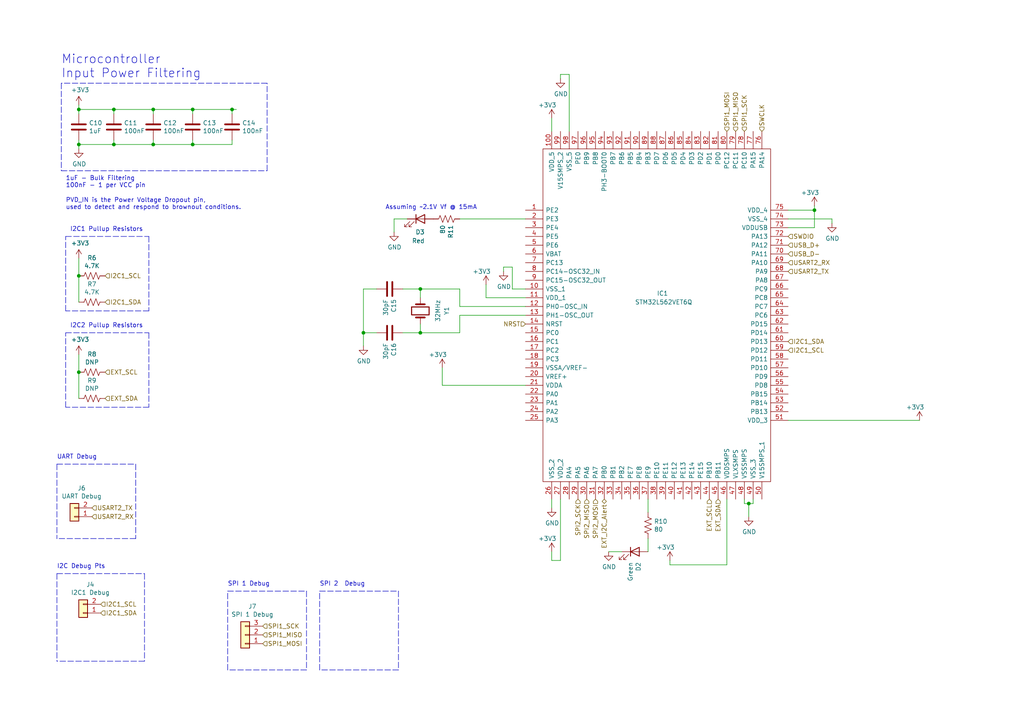
<source format=kicad_sch>
(kicad_sch (version 20211123) (generator eeschema)
  (paper "A4")
  (title_block (title "STM32L552CC Schematic") (date "2021-12-06") (rev "v1.0.4") (company "Missouri S&T Rocket Design Team '21 (Thomas Francois)") (comment 1 "https://github.com/MSTRocketDesignTeam/Avionics-Data-Collection-PCB") (comment 2 "Intended as initial pre-production design") (comment 3 "Schematic depicting logical connections between components"))
  (lib_symbols
    (symbol "Connector_Generic:Conn_01x02" (pin_names (offset 1.016) hide)
      (property "Reference" "J" (at 0 2.54 0))
      (property "Value" "Conn_01x02" (at 0 -5.08 0))
      (symbol "Conn_01x02_1_1"
        (rectangle (start -1.27 -2.413) (end 0 -2.667) (stroke (width 0.1524)))
        (rectangle (start -1.27 0.127) (end 0 -0.127) (stroke (width 0.1524)))
        (rectangle (start -1.27 1.27) (end 1.27 -3.81) (stroke (width 0.254)) (fill (type background)))
        (pin passive line (at -5.08 0 0) (length 3.81) (name "Pin_1") (number "1"))
        (pin passive line (at -5.08 -2.54 0) (length 3.81) (name "Pin_2") (number "2"))
      )
    )
    (symbol "Connector_Generic:Conn_01x03" (pin_names (offset 1.016) hide)
      (property "Reference" "J" (at 0 5.08 0))
      (property "Value" "Conn_01x03" (at 0 -5.08 0))
      (symbol "Conn_01x03_1_1"
        (rectangle (start -1.27 -2.413) (end 0 -2.667) (stroke (width 0.1524)))
        (rectangle (start -1.27 0.127) (end 0 -0.127) (stroke (width 0.1524)))
        (rectangle (start -1.27 2.667) (end 0 2.413) (stroke (width 0.1524)))
        (rectangle (start -1.27 3.81) (end 1.27 -3.81) (stroke (width 0.254)) (fill (type background)))
        (pin passive line (at -5.08 2.54 0) (length 3.81) (name "Pin_1") (number "1"))
        (pin passive line (at -5.08 0 0) (length 3.81) (name "Pin_2") (number "2"))
        (pin passive line (at -5.08 -2.54 0) (length 3.81) (name "Pin_3") (number "3"))
      )
    )
    (symbol "Data_Collection_KiCAD_Project-rescue:+3.3V-power-Data_Collection_KiCAD_Project-rescue" (power) (pin_names (offset 0))
      (property "Value" "Data_Collection_KiCAD_Project-rescue_+3.3V-power-Data_Collection_KiCAD_Project-rescue" (at 0 3.556 0))
      (symbol "+3.3V-power-Data_Collection_KiCAD_Project-rescue_0_1"
        (polyline (pts (xy -0.762 1.27) (xy 0 2.54)))
        (polyline (pts (xy 0 0) (xy 0 2.54)))
        (polyline (pts (xy 0 2.54) (xy 0.762 1.27)))
      )
      (symbol "+3.3V-power-Data_Collection_KiCAD_Project-rescue_1_1"
        (pin power_in line (at 0 0 90) (length 0) hide (name "+3V3") (number "1"))
      )
    )
    (symbol "Data_Collection_KiCAD_Project-rescue:C-Device-Data_Collection_KiCAD_Project-rescue" (pin_numbers hide) (pin_names (offset 0.254))
      (property "Reference" "C" (at 0.635 2.54 0))
      (property "Value" "Data_Collection_KiCAD_Project-rescue_C-Device-Data_Collection_KiCAD_Project-rescue" (at 0.635 -2.54 0))
      (symbol "C-Device-Data_Collection_KiCAD_Project-rescue_0_1"
        (polyline (pts (xy -2.032 -0.762) (xy 2.032 -0.762)) (stroke (width 0.508)))
        (polyline (pts (xy -2.032 0.762) (xy 2.032 0.762)) (stroke (width 0.508)))
      )
      (symbol "C-Device-Data_Collection_KiCAD_Project-rescue_1_1"
        (pin passive line (at 0 3.81 270) (length 2.794) (name "~") (number "1"))
        (pin passive line (at 0 -3.81 90) (length 2.794) (name "~") (number "2"))
      )
    )
    (symbol "Data_Collection_KiCAD_Project-rescue:Crystal-Device-Data_Collection_KiCAD_Project-rescue" (pin_numbers hide) (pin_names (offset 1.016) hide)
      (property "Reference" "Y" (at 0 3.81 0))
      (property "Value" "Data_Collection_KiCAD_Project-rescue_Crystal-Device-Data_Collection_KiCAD_Project-rescue" (at 0 -3.81 0))
      (symbol "Crystal-Device-Data_Collection_KiCAD_Project-rescue_0_1"
        (rectangle (start -1.143 2.54) (end 1.143 -2.54) (stroke (width 0.3048)))
        (polyline (pts (xy -2.54 0) (xy -1.905 0)))
        (polyline (pts (xy -1.905 -1.27) (xy -1.905 1.27)) (stroke (width 0.508)))
        (polyline (pts (xy 1.905 -1.27) (xy 1.905 1.27)) (stroke (width 0.508)))
        (polyline (pts (xy 2.54 0) (xy 1.905 0)))
      )
      (symbol "Crystal-Device-Data_Collection_KiCAD_Project-rescue_1_1"
        (pin passive line (at -3.81 0 0) (length 1.27) (name "1") (number "1"))
        (pin passive line (at 3.81 0 180) (length 1.27) (name "2") (number "2"))
      )
    )
    (symbol "Data_Collection_KiCAD_Project-rescue:GND-power-Data_Collection_KiCAD_Project-rescue" (power) (pin_names (offset 0))
      (property "Value" "Data_Collection_KiCAD_Project-rescue_GND-power-Data_Collection_KiCAD_Project-rescue" (at 0 -3.81 0))
      (symbol "GND-power-Data_Collection_KiCAD_Project-rescue_0_1"
        (polyline (pts (xy 0 0) (xy 0 -1.27) (xy 1.27 -1.27) (xy 0 -2.54) (xy -1.27 -1.27) (xy 0 -1.27)))
      )
      (symbol "GND-power-Data_Collection_KiCAD_Project-rescue_1_1"
        (pin power_in line (at 0 0 270) (length 0) hide (name "GND") (number "1"))
      )
    )
    (symbol "Data_Collection_KiCAD_Project-rescue:LED-Device-Data_Collection_KiCAD_Project-rescue" (pin_numbers hide) (pin_names (offset 1.016) hide)
      (property "Reference" "D" (at 0 2.54 0))
      (property "Value" "Data_Collection_KiCAD_Project-rescue_LED-Device-Data_Collection_KiCAD_Project-rescue" (at 0 -2.54 0))
      (symbol "LED-Device-Data_Collection_KiCAD_Project-rescue_0_1"
        (polyline (pts (xy -1.27 -1.27) (xy -1.27 1.27)) (stroke (width 0.254)))
        (polyline (pts (xy -1.27 0) (xy 1.27 0)))
        (polyline (pts (xy 1.27 -1.27) (xy 1.27 1.27) (xy -1.27 0) (xy 1.27 -1.27)) (stroke (width 0.254)))
        (polyline (pts (xy -3.048 -0.762) (xy -4.572 -2.286) (xy -3.81 -2.286) (xy -4.572 -2.286) (xy -4.572 -1.524)))
        (polyline (pts (xy -1.778 -0.762) (xy -3.302 -2.286) (xy -2.54 -2.286) (xy -3.302 -2.286) (xy -3.302 -1.524)))
      )
      (symbol "LED-Device-Data_Collection_KiCAD_Project-rescue_1_1"
        (pin passive line (at -3.81 0 0) (length 2.54) (name "K") (number "1"))
        (pin passive line (at 3.81 0 180) (length 2.54) (name "A") (number "2"))
      )
    )
    (symbol "Data_Collection_KiCAD_Project-rescue:STM32L562VET6Q-SamacSys_Parts-Charges_KiCAD_Project-rescue" (pin_names (offset 0.762))
      (property "Reference" "IC" (at 72.39 22.86 0))
      (property "Value" "Data_Collection_KiCAD_Project-rescue_STM32L562VET6Q-SamacSys_Parts-Charges_KiCAD_Project-rescue" (at 72.39 20.32 0))
      (symbol "STM32L562VET6Q-SamacSys_Parts-Charges_KiCAD_Project-rescue_0_0"
        (pin passive line (at 0 0 0) (length 5.08) (name "PE2") (number "1"))
        (pin passive line (at 0 -22.86 0) (length 5.08) (name "VSS_1") (number "10"))
        (pin passive line (at 7.62 22.86 270) (length 5.08) (name "VDD_5") (number "100"))
        (pin passive line (at 0 -25.4 0) (length 5.08) (name "VDD_1") (number "11"))
        (pin passive line (at 0 -27.94 0) (length 5.08) (name "PH0-OSC_IN") (number "12"))
        (pin passive line (at 0 -30.48 0) (length 5.08) (name "PH1-OSC_OUT") (number "13"))
        (pin passive line (at 0 -33.02 0) (length 5.08) (name "NRST") (number "14"))
        (pin passive line (at 0 -35.56 0) (length 5.08) (name "PC0") (number "15"))
        (pin passive line (at 0 -38.1 0) (length 5.08) (name "PC1") (number "16"))
        (pin passive line (at 0 -40.64 0) (length 5.08) (name "PC2") (number "17"))
        (pin passive line (at 0 -43.18 0) (length 5.08) (name "PC3") (number "18"))
        (pin passive line (at 0 -45.72 0) (length 5.08) (name "VSSA/VREF-") (number "19"))
        (pin passive line (at 0 -2.54 0) (length 5.08) (name "PE3") (number "2"))
        (pin passive line (at 0 -48.26 0) (length 5.08) (name "VREF+") (number "20"))
        (pin passive line (at 0 -50.8 0) (length 5.08) (name "VDDA") (number "21"))
        (pin passive line (at 0 -53.34 0) (length 5.08) (name "PA0") (number "22"))
        (pin passive line (at 0 -55.88 0) (length 5.08) (name "PA1") (number "23"))
        (pin passive line (at 0 -58.42 0) (length 5.08) (name "PA2") (number "24"))
        (pin passive line (at 0 -60.96 0) (length 5.08) (name "PA3") (number "25"))
        (pin passive line (at 7.62 -83.82 90) (length 5.08) (name "VSS_2") (number "26"))
        (pin passive line (at 10.16 -83.82 90) (length 5.08) (name "VDD_2") (number "27"))
        (pin passive line (at 12.7 -83.82 90) (length 5.08) (name "PA4") (number "28"))
        (pin passive line (at 15.24 -83.82 90) (length 5.08) (name "PA5") (number "29"))
        (pin passive line (at 0 -5.08 0) (length 5.08) (name "PE4") (number "3"))
        (pin passive line (at 17.78 -83.82 90) (length 5.08) (name "PA6") (number "30"))
        (pin passive line (at 20.32 -83.82 90) (length 5.08) (name "PA7") (number "31"))
        (pin passive line (at 22.86 -83.82 90) (length 5.08) (name "PB0") (number "32"))
        (pin passive line (at 25.4 -83.82 90) (length 5.08) (name "PB1") (number "33"))
        (pin passive line (at 27.94 -83.82 90) (length 5.08) (name "PB2") (number "34"))
        (pin passive line (at 30.48 -83.82 90) (length 5.08) (name "PE7") (number "35"))
        (pin passive line (at 33.02 -83.82 90) (length 5.08) (name "PE8") (number "36"))
        (pin passive line (at 35.56 -83.82 90) (length 5.08) (name "PE9") (number "37"))
        (pin passive line (at 38.1 -83.82 90) (length 5.08) (name "PE10") (number "38"))
        (pin passive line (at 40.64 -83.82 90) (length 5.08) (name "PE11") (number "39"))
        (pin passive line (at 0 -7.62 0) (length 5.08) (name "PE5") (number "4"))
        (pin passive line (at 43.18 -83.82 90) (length 5.08) (name "PE12") (number "40"))
        (pin passive line (at 45.72 -83.82 90) (length 5.08) (name "PE13") (number "41"))
        (pin passive line (at 48.26 -83.82 90) (length 5.08) (name "PE14") (number "42"))
        (pin passive line (at 50.8 -83.82 90) (length 5.08) (name "PE15") (number "43"))
        (pin passive line (at 53.34 -83.82 90) (length 5.08) (name "PB10") (number "44"))
        (pin passive line (at 55.88 -83.82 90) (length 5.08) (name "PB11") (number "45"))
        (pin passive line (at 58.42 -83.82 90) (length 5.08) (name "VDDSMPS") (number "46"))
        (pin passive line (at 60.96 -83.82 90) (length 5.08) (name "VLXSMPS") (number "47"))
        (pin passive line (at 63.5 -83.82 90) (length 5.08) (name "VSSSMPS") (number "48"))
        (pin passive line (at 66.04 -83.82 90) (length 5.08) (name "VSS_3") (number "49"))
        (pin passive line (at 0 -10.16 0) (length 5.08) (name "PE6") (number "5"))
        (pin passive line (at 68.58 -83.82 90) (length 5.08) (name "V15SMPS_1") (number "50"))
        (pin passive line (at 76.2 -60.96 180) (length 5.08) (name "VDD_3") (number "51"))
        (pin passive line (at 76.2 -58.42 180) (length 5.08) (name "PB13") (number "52"))
        (pin passive line (at 76.2 -55.88 180) (length 5.08) (name "PB14") (number "53"))
        (pin passive line (at 76.2 -53.34 180) (length 5.08) (name "PB15") (number "54"))
        (pin passive line (at 76.2 -50.8 180) (length 5.08) (name "PD8") (number "55"))
        (pin passive line (at 76.2 -48.26 180) (length 5.08) (name "PD9") (number "56"))
        (pin passive line (at 76.2 -45.72 180) (length 5.08) (name "PD10") (number "57"))
        (pin passive line (at 76.2 -43.18 180) (length 5.08) (name "PD11") (number "58"))
        (pin passive line (at 76.2 -40.64 180) (length 5.08) (name "PD12") (number "59"))
        (pin passive line (at 0 -12.7 0) (length 5.08) (name "VBAT") (number "6"))
        (pin passive line (at 76.2 -38.1 180) (length 5.08) (name "PD13") (number "60"))
        (pin passive line (at 76.2 -35.56 180) (length 5.08) (name "PD14") (number "61"))
        (pin passive line (at 76.2 -33.02 180) (length 5.08) (name "PD15") (number "62"))
        (pin passive line (at 76.2 -30.48 180) (length 5.08) (name "PC6") (number "63"))
        (pin passive line (at 76.2 -27.94 180) (length 5.08) (name "PC7") (number "64"))
        (pin passive line (at 76.2 -25.4 180) (length 5.08) (name "PC8") (number "65"))
        (pin passive line (at 76.2 -22.86 180) (length 5.08) (name "PC9") (number "66"))
        (pin passive line (at 76.2 -20.32 180) (length 5.08) (name "PA8") (number "67"))
        (pin passive line (at 76.2 -17.78 180) (length 5.08) (name "PA9") (number "68"))
        (pin passive line (at 76.2 -15.24 180) (length 5.08) (name "PA10") (number "69"))
        (pin passive line (at 0 -15.24 0) (length 5.08) (name "PC13") (number "7"))
        (pin passive line (at 76.2 -12.7 180) (length 5.08) (name "PA11") (number "70"))
        (pin passive line (at 76.2 -10.16 180) (length 5.08) (name "PA12") (number "71"))
        (pin passive line (at 76.2 -7.62 180) (length 5.08) (name "PA13") (number "72"))
        (pin passive line (at 76.2 -5.08 180) (length 5.08) (name "VDDUSB") (number "73"))
        (pin passive line (at 76.2 -2.54 180) (length 5.08) (name "VSS_4") (number "74"))
        (pin passive line (at 76.2 0 180) (length 5.08) (name "VDD_4") (number "75"))
        (pin passive line (at 68.58 22.86 270) (length 5.08) (name "PA14") (number "76"))
        (pin passive line (at 66.04 22.86 270) (length 5.08) (name "PA15") (number "77"))
        (pin passive line (at 63.5 22.86 270) (length 5.08) (name "PC10") (number "78"))
        (pin passive line (at 60.96 22.86 270) (length 5.08) (name "PC11") (number "79"))
        (pin passive line (at 0 -17.78 0) (length 5.08) (name "PC14-OSC32_IN") (number "8"))
        (pin passive line (at 58.42 22.86 270) (length 5.08) (name "PC12") (number "80"))
        (pin passive line (at 55.88 22.86 270) (length 5.08) (name "PD0") (number "81"))
        (pin passive line (at 53.34 22.86 270) (length 5.08) (name "PD1") (number "82"))
        (pin passive line (at 50.8 22.86 270) (length 5.08) (name "PD2") (number "83"))
        (pin passive line (at 48.26 22.86 270) (length 5.08) (name "PD3") (number "84"))
        (pin passive line (at 45.72 22.86 270) (length 5.08) (name "PD4") (number "85"))
        (pin passive line (at 43.18 22.86 270) (length 5.08) (name "PD5") (number "86"))
        (pin passive line (at 40.64 22.86 270) (length 5.08) (name "PD6") (number "87"))
        (pin passive line (at 38.1 22.86 270) (length 5.08) (name "PD7") (number "88"))
        (pin passive line (at 35.56 22.86 270) (length 5.08) (name "PB3") (number "89"))
        (pin passive line (at 0 -20.32 0) (length 5.08) (name "PC15-OSC32_OUT") (number "9"))
        (pin passive line (at 33.02 22.86 270) (length 5.08) (name "PB4") (number "90"))
        (pin passive line (at 30.48 22.86 270) (length 5.08) (name "PB5") (number "91"))
        (pin passive line (at 27.94 22.86 270) (length 5.08) (name "PB6") (number "92"))
        (pin passive line (at 25.4 22.86 270) (length 5.08) (name "PB7") (number "93"))
        (pin passive line (at 22.86 22.86 270) (length 5.08) (name "PH3-BOOT0") (number "94"))
        (pin passive line (at 20.32 22.86 270) (length 5.08) (name "PB8") (number "95"))
        (pin passive line (at 17.78 22.86 270) (length 5.08) (name "PB9") (number "96"))
        (pin passive line (at 15.24 22.86 270) (length 5.08) (name "PE0") (number "97"))
        (pin passive line (at 12.7 22.86 270) (length 5.08) (name "VSS_5") (number "98"))
        (pin passive line (at 10.16 22.86 270) (length 5.08) (name "V15SMPS_2") (number "99"))
      )
      (symbol "STM32L562VET6Q-SamacSys_Parts-Charges_KiCAD_Project-rescue_0_1"
        (polyline (pts (xy 5.08 17.78) (xy 71.12 17.78) (xy 71.12 -78.74) (xy 5.08 -78.74) (xy 5.08 17.78)) (stroke (width 0.1524)))
      )
    )
    (symbol "Device:R_US" (pin_numbers hide) (pin_names (offset 0))
      (property "Reference" "R" (at 2.54 0 90))
      (property "Value" "R_US" (at -2.54 0 90))
      (symbol "R_US_0_1"
        (polyline (pts (xy 0 -2.286) (xy 0 -2.54)))
        (polyline (pts (xy 0 2.286) (xy 0 2.54)))
        (polyline (pts (xy 0 -0.762) (xy 1.016 -1.143) (xy 0 -1.524) (xy -1.016 -1.905) (xy 0 -2.286)))
        (polyline (pts (xy 0 0.762) (xy 1.016 0.381) (xy 0 0) (xy -1.016 -0.381) (xy 0 -0.762)))
        (polyline (pts (xy 0 2.286) (xy 1.016 1.905) (xy 0 1.524) (xy -1.016 1.143) (xy 0 0.762)))
      )
      (symbol "R_US_1_1"
        (pin passive line (at 0 3.81 270) (length 1.27) (name "~") (number "1"))
        (pin passive line (at 0 -3.81 90) (length 1.27) (name "~") (number "2"))
      )
    )
    (symbol "power:GND" (power) (pin_names (offset 0))
      (property "Value" "GND" (at 0 -3.81 0))
      (symbol "GND_0_1"
        (polyline (pts (xy 0 0) (xy 0 -1.27) (xy 1.27 -1.27) (xy 0 -2.54) (xy -1.27 -1.27) (xy 0 -1.27)))
      )
      (symbol "GND_1_1"
        (pin power_in line (at 0 0 270) (length 0) hide (name "GND") (number "1"))
      )
    )
  )
  (junction (at 44.45 31.75))
  (junction (at 44.45 41.91))
  (junction (at 217.17 146.05))
  (junction (at 22.86 80.01))
  (junction (at 55.88 41.91))
  (junction (at 22.86 31.75))
  (junction (at 121.92 83.82))
  (junction (at 121.92 96.52))
  (junction (at 236.22 60.96))
  (junction (at 22.86 107.95))
  (junction (at 67.31 31.75))
  (junction (at 22.86 41.91))
  (junction (at 55.88 31.75))
  (junction (at 33.02 41.91))
  (junction (at 105.41 96.52))
  (junction (at 33.02 31.75))
  (polyline (pts (xy 17.78 49.53) (xy 77.47 49.53)))
  (wire (pts (xy 162.56 162.56) (xy 160.02 162.56)))
  (polyline (pts (xy 43.18 68.58) (xy 43.18 90.17)))
  (polyline (pts (xy 66.04 194.31) (xy 66.04 171.45)))
  (wire (pts (xy 121.92 96.52) (xy 133.35 96.52)))
  (wire (pts (xy 215.9 144.78) (xy 215.9 146.05)))
  (wire (pts (xy 160.02 144.78) (xy 160.02 147.32)))
  (polyline (pts (xy 19.05 68.58) (xy 43.18 68.58)))
  (wire (pts (xy 162.56 21.59) (xy 162.56 22.86)))
  (polyline (pts (xy 16.51 166.37) (xy 41.91 166.37)))
  (wire (pts (xy 133.35 63.5) (xy 152.4 63.5)))
  (wire (pts (xy 33.02 31.75) (xy 22.86 31.75)))
  (polyline (pts (xy 19.05 118.11) (xy 19.05 96.52)))
  (polyline (pts (xy 77.47 49.53) (xy 77.47 24.13)))
  (polyline (pts (xy 39.37 134.62) (xy 39.37 156.21)))
  (wire (pts (xy 210.82 144.78) (xy 210.82 163.83)))
  (wire (pts (xy 33.02 41.91) (xy 44.45 41.91)))
  (wire (pts (xy 67.31 33.02) (xy 67.31 31.75)))
  (polyline (pts (xy 77.47 24.13) (xy 17.78 24.13)))
  (wire (pts (xy 121.92 96.52) (xy 121.92 93.98)))
  (polyline (pts (xy 66.04 171.45) (xy 88.9 171.45)))
  (wire (pts (xy 128.27 106.68) (xy 128.27 111.76)))
  (wire (pts (xy 22.86 102.87) (xy 22.86 107.95)))
  (wire (pts (xy 67.31 31.75) (xy 55.88 31.75)))
  (wire (pts (xy 152.4 86.36) (xy 140.97 86.36)))
  (polyline (pts (xy 41.91 191.77) (xy 16.51 191.77)))
  (wire (pts (xy 105.41 83.82) (xy 105.41 96.52)))
  (wire (pts (xy 44.45 33.02) (xy 44.45 31.75)))
  (polyline (pts (xy 92.71 194.31) (xy 92.71 171.45)))
  (polyline (pts (xy 19.05 96.52) (xy 43.18 96.52)))
  (wire (pts (xy 152.4 83.82) (xy 148.59 83.82)))
  (wire (pts (xy 236.22 60.96) (xy 236.22 59.69)))
  (polyline (pts (xy 17.78 24.13) (xy 17.78 49.53)))
  (wire (pts (xy 180.34 160.02) (xy 176.53 160.02)))
  (wire (pts (xy 228.6 60.96) (xy 236.22 60.96)))
  (wire (pts (xy 33.02 33.02) (xy 33.02 31.75)))
  (wire (pts (xy 67.31 31.75) (xy 68.58 31.75)))
  (polyline (pts (xy 39.37 156.21) (xy 16.51 156.21)))
  (wire (pts (xy 187.96 160.02) (xy 187.96 156.21)))
  (wire (pts (xy 22.86 30.48) (xy 22.86 31.75)))
  (wire (pts (xy 133.35 88.9) (xy 152.4 88.9)))
  (polyline (pts (xy 115.57 194.31) (xy 92.71 194.31)))
  (wire (pts (xy 140.97 82.55) (xy 140.97 86.36)))
  (wire (pts (xy 146.05 77.47) (xy 146.05 78.74)))
  (wire (pts (xy 67.31 41.91) (xy 67.31 40.64)))
  (wire (pts (xy 165.1 21.59) (xy 162.56 21.59)))
  (wire (pts (xy 217.17 146.05) (xy 218.44 146.05)))
  (wire (pts (xy 218.44 146.05) (xy 218.44 144.78)))
  (wire (pts (xy 105.41 96.52) (xy 109.22 96.52)))
  (wire (pts (xy 116.84 96.52) (xy 121.92 96.52)))
  (polyline (pts (xy 43.18 118.11) (xy 19.05 118.11)))
  (wire (pts (xy 121.92 86.36) (xy 121.92 83.82)))
  (wire (pts (xy 215.9 146.05) (xy 217.17 146.05)))
  (wire (pts (xy 44.45 41.91) (xy 55.88 41.91)))
  (polyline (pts (xy 43.18 96.52) (xy 43.18 118.11)))
  (wire (pts (xy 228.6 63.5) (xy 241.3 63.5)))
  (wire (pts (xy 121.92 83.82) (xy 116.84 83.82)))
  (wire (pts (xy 236.22 60.96) (xy 236.22 66.04)))
  (wire (pts (xy 187.96 148.59) (xy 187.96 144.78)))
  (wire (pts (xy 228.6 121.92) (xy 266.7 121.92)))
  (wire (pts (xy 160.02 34.29) (xy 160.02 38.1)))
  (wire (pts (xy 22.86 31.75) (xy 22.86 33.02)))
  (wire (pts (xy 22.86 115.57) (xy 22.86 107.95)))
  (polyline (pts (xy 19.05 90.17) (xy 19.05 68.58)))
  (wire (pts (xy 22.86 41.91) (xy 33.02 41.91)))
  (wire (pts (xy 128.27 111.76) (xy 152.4 111.76)))
  (wire (pts (xy 22.86 41.91) (xy 22.86 43.18)))
  (wire (pts (xy 114.3 63.5) (xy 114.3 67.31)))
  (wire (pts (xy 160.02 162.56) (xy 160.02 160.02)))
  (wire (pts (xy 148.59 83.82) (xy 148.59 77.47)))
  (wire (pts (xy 22.86 87.63) (xy 22.86 80.01)))
  (wire (pts (xy 162.56 144.78) (xy 162.56 162.56)))
  (polyline (pts (xy 16.51 134.62) (xy 39.37 134.62)))
  (polyline (pts (xy 16.51 166.37) (xy 16.51 191.77)))
  (wire (pts (xy 133.35 96.52) (xy 133.35 91.44)))
  (wire (pts (xy 55.88 41.91) (xy 67.31 41.91)))
  (wire (pts (xy 241.3 63.5) (xy 241.3 64.77)))
  (wire (pts (xy 105.41 96.52) (xy 105.41 100.33)))
  (polyline (pts (xy 41.91 166.37) (xy 41.91 191.77)))
  (wire (pts (xy 22.86 74.93) (xy 22.86 80.01)))
  (wire (pts (xy 194.31 163.83) (xy 194.31 162.56)))
  (wire (pts (xy 55.88 41.91) (xy 55.88 40.64)))
  (polyline (pts (xy 88.9 194.31) (xy 66.04 194.31)))
  (wire (pts (xy 133.35 91.44) (xy 152.4 91.44)))
  (wire (pts (xy 33.02 40.64) (xy 33.02 41.91)))
  (wire (pts (xy 55.88 31.75) (xy 44.45 31.75)))
  (polyline (pts (xy 16.51 134.62) (xy 16.51 156.21)))
  (wire (pts (xy 44.45 31.75) (xy 33.02 31.75)))
  (polyline (pts (xy 88.9 171.45) (xy 88.9 194.31)))
  (wire (pts (xy 148.59 77.47) (xy 146.05 77.47)))
  (polyline (pts (xy 43.18 90.17) (xy 19.05 90.17)))
  (wire (pts (xy 55.88 33.02) (xy 55.88 31.75)))
  (wire (pts (xy 133.35 83.82) (xy 121.92 83.82)))
  (wire (pts (xy 217.17 146.05) (xy 217.17 149.86)))
  (polyline (pts (xy 92.71 171.45) (xy 115.57 171.45)))
  (wire (pts (xy 109.22 83.82) (xy 105.41 83.82)))
  (wire (pts (xy 44.45 40.64) (xy 44.45 41.91)))
  (wire (pts (xy 133.35 88.9) (xy 133.35 83.82)))
  (wire (pts (xy 22.86 40.64) (xy 22.86 41.91)))
  (polyline (pts (xy 115.57 171.45) (xy 115.57 194.31)))
  (wire (pts (xy 118.11 63.5) (xy 114.3 63.5)))
  (wire (pts (xy 236.22 66.04) (xy 228.6 66.04)))
  (wire (pts (xy 165.1 38.1) (xy 165.1 21.59)))
  (wire (pts (xy 194.31 163.83) (xy 210.82 163.83)))
  (text "SPI 2  Debug " (at 92.71 170.18 0) (effects (font (size 1.27 1.27)) (justify left bottom)))
  (text "PVD_IN is the Power Voltage Dropout pin,\nused to detect and respond to brownout conditions." (at 19.05 60.96 0) (effects (font (size 1.27 1.27)) (justify left bottom)))
  (text "I2C1 Pullup Resistors" (at 20.32 67.31 0) (effects (font (size 1.27 1.27)) (justify left bottom)))
  (text "SPI 1 Debug " (at 66.04 170.18 0) (effects (font (size 1.27 1.27)) (justify left bottom)))
  (text "I2C Debug Pts" (at 16.51 165.1 0) (effects (font (size 1.27 1.27)) (justify left bottom)))
  (text "1uF - Bulk Filtering\n100nF - 1 per VCC pin" (at 19.05 54.61 0) (effects (font (size 1.27 1.27)) (justify left bottom)))
  (text "Assuming ~2.1V Vf @ 15mA" (at 111.76 60.96 0) (effects (font (size 1.27 1.27)) (justify left bottom)))
  (text "Microcontroller\nInput Power Filtering" (at 17.78 22.86 0) (effects (font (size 2.54 2.54)) (justify left bottom)))
  (text "I2C2 Pullup Resistors" (at 20.32 95.25 0) (effects (font (size 1.27 1.27)) (justify left bottom)))
  (text "UART Debug" (at 16.51 133.35 0) (effects (font (size 1.27 1.27)) (justify left bottom)))
  (hierarchical_label "SPI1_MISO" (shape input) (at 76.2 184.15 0))
  (hierarchical_label "I2C1_SCL" (shape input) (at 228.6 101.6 0))
  (hierarchical_label "I2C1_SDA" (shape input) (at 30.48 87.63 0))
  (hierarchical_label "SPI1_MISO" (shape input) (at 213.36 38.1 90))
  (hierarchical_label "USB_D+" (shape input) (at 228.6 71.12 0))
  (hierarchical_label "SPI1_SCK" (shape input) (at 215.9 38.1 90))
  (hierarchical_label "SWCLK" (shape input) (at 220.98 38.1 90))
  (hierarchical_label "USART2_RX" (shape input) (at 228.6 76.2 0))
  (hierarchical_label "USB_D-" (shape input) (at 228.6 73.66 0))
  (hierarchical_label "I2C1_SCL" (shape input) (at 29.21 175.26 0))
  (hierarchical_label "EXT_SDA" (shape input) (at 208.28 144.78 270))
  (hierarchical_label "SPI2_MOSI" (shape input) (at 172.72 144.78 270))
  (hierarchical_label "SPI2_MISO" (shape input) (at 170.18 144.78 270))
  (hierarchical_label "USART2_TX" (shape input) (at 26.67 147.32 0))
  (hierarchical_label "USART2_TX" (shape input) (at 228.6 78.74 0))
  (hierarchical_label "I2C1_SDA" (shape input) (at 228.6 99.06 0))
  (hierarchical_label "SPI1_SCK" (shape input) (at 76.2 181.61 0))
  (hierarchical_label "I2C1_SDA" (shape input) (at 29.21 177.8 0))
  (hierarchical_label "NRST" (shape input) (at 152.4 93.98 180))
  (hierarchical_label "SPI2_SCK" (shape input) (at 167.64 144.78 270))
  (hierarchical_label "EXT_SCL" (shape input) (at 30.48 107.95 0))
  (hierarchical_label "EXT_SCL" (shape input) (at 205.74 144.78 270))
  (hierarchical_label "EXT_SDA" (shape input) (at 30.48 115.57 0))
  (hierarchical_label "SWDIO" (shape input) (at 228.6 68.58 0))
  (hierarchical_label "I2C1_SCL" (shape input) (at 30.48 80.01 0))
  (hierarchical_label "SPI1_MOSI" (shape input) (at 76.2 186.69 0))
  (hierarchical_label "SPI1_MOSI" (shape input) (at 210.82 38.1 90))
  (hierarchical_label "USART2_RX" (shape input) (at 26.67 149.86 0))
  (hierarchical_label "EXT_I2C_Alert" (shape bidirectional) (at 175.26 144.78 270))
  (symbol (lib_id "Device:R_US") (at 26.67 80.01 270) (unit 1)
    (property "Reference" "R6" (at 26.67 74.803 90))
    (property "Value" "4.7K" (at 26.67 77.1144 90))
    (property "Footprint" "Resistor_SMD:R_0603_1608Metric_Pad0.98x0.95mm_HandSolder" (effects hide))
  )
  (symbol (lib_id "Device:R_US") (at 26.67 87.63 270) (unit 1)
    (property "Reference" "R7" (at 26.67 82.423 90))
    (property "Value" "4.7K" (at 26.67 84.7344 90))
    (property "Footprint" "Resistor_SMD:R_0603_1608Metric_Pad0.98x0.95mm_HandSolder" (effects hide))
  )
  (symbol (lib_id "Data_Collection_KiCAD_Project-rescue:+3.3V-power-Data_Collection_KiCAD_Project-rescue") (at 22.86 74.93 0)
    (property "Reference" "#PWR026" (effects hide))
    (property "Value" "+3.3V" (at 23.241 70.5358 0))
  )
  (symbol (lib_id "Device:R_US") (at 187.96 152.4 0) (unit 1)
    (property "Reference" "R10" (at 189.6872 151.2316 0) (effects (justify left)))
    (property "Value" "80" (at 189.6872 153.543 0) (effects (justify left)))
    (property "Footprint" "Resistor_SMD:R_0603_1608Metric_Pad0.98x0.95mm_HandSolder" (effects hide))
  )
  (symbol (lib_id "Device:R_US") (at 129.54 63.5 270) (unit 1)
    (property "Reference" "R11" (at 130.7084 65.2272 0) (effects (justify left)))
    (property "Value" "80" (at 128.397 65.2272 0) (effects (justify left)))
    (property "Footprint" "Resistor_SMD:R_0603_1608Metric_Pad0.98x0.95mm_HandSolder" (effects hide))
  )
  (symbol (lib_id "Data_Collection_KiCAD_Project-rescue:LED-Device-Data_Collection_KiCAD_Project-rescue") (at 121.92 63.5 0)
    (property "Reference" "D3" (at 123.19 67.31 0) (effects (justify right)))
    (property "Value" "Red" (at 123.19 69.85 0) (effects (justify right)))
    (property "Footprint" "Diode_SMD:D_0603_1608Metric_Pad1.05x0.95mm_HandSolder" (effects hide))
    (property "Datasheet" "https://fscdn.rohm.com/en/products/databook/datasheet/opto/led/chip_mono/sml-d12x8_d13x8-e.pdf" (effects hide))
    (property "Digikey" "https://www.digikey.com/en/products/detail/rohm-semiconductor/SML-D12U8WT86/1641799" (effects hide))
  )
  (symbol (lib_id "Data_Collection_KiCAD_Project-rescue:GND-power-Data_Collection_KiCAD_Project-rescue") (at 176.53 160.02 0)
    (property "Reference" "#PWR034" (effects hide))
    (property "Value" "GND" (at 176.657 164.4142 0))
  )
  (symbol (lib_id "Device:R_US") (at 26.67 107.95 270) (unit 1)
    (property "Reference" "R8" (at 26.67 102.743 90))
    (property "Value" "DNP" (at 26.67 105.0544 90))
    (property "Footprint" "Resistor_SMD:R_0603_1608Metric_Pad0.98x0.95mm_HandSolder" (effects hide))
  )
  (symbol (lib_id "Device:R_US") (at 26.67 115.57 270) (unit 1)
    (property "Reference" "R9" (at 26.67 110.363 90))
    (property "Value" "DNP" (at 26.67 112.6744 90))
    (property "Footprint" "Resistor_SMD:R_0603_1608Metric_Pad0.98x0.95mm_HandSolder" (effects hide))
  )
  (symbol (lib_id "Data_Collection_KiCAD_Project-rescue:+3.3V-power-Data_Collection_KiCAD_Project-rescue") (at 22.86 102.87 0)
    (property "Reference" "#PWR027" (effects hide))
    (property "Value" "+3.3V" (at 23.241 98.4758 0))
  )
  (symbol (lib_id "Data_Collection_KiCAD_Project-rescue:+3.3V-power-Data_Collection_KiCAD_Project-rescue") (at 160.02 34.29 0)
    (property "Reference" "#PWR032" (effects hide))
    (property "Value" "+3.3V" (at 158.75 30.48 0))
  )
  (symbol (lib_id "Data_Collection_KiCAD_Project-rescue:STM32L562VET6Q-SamacSys_Parts-Charges_KiCAD_Project-rescue") (at 152.4 60.96 0) (unit 1)
    (property "Reference" "IC1" (at 190.5 85.09 0) (effects (justify left)))
    (property "Value" "STM32L562VET6Q" (at 184.15 87.63 0) (effects (justify left)))
    (property "Footprint" "STM32L562VET6Q:STM32L562VET6Q" (effects hide))
    (property "Datasheet" "https://www.st.com/resource/en/datasheet/stm32l562ve.pdf" (effects hide))
    (property "Description" "32-bit Microcontrollers - MCU 16/32-BITS MICROS" (effects hide))
    (property "Height" "1.6" (effects hide))
    (property "Mouser Part Number" "511-STM32L562VET6Q" (effects hide))
    (property "Mouser Price/Stock" "https://www.mouser.co.uk/ProductDetail/STMicroelectronics/STM32L562VET6Q?qs=%252B6g0mu59x7LmzZ%252BsHmyBKw%3D%3D" (effects hide))
    (property "Manufacturer_Name" "STMicroelectronics" (effects hide))
    (property "Manufacturer_Part_Number" "STM32L562VET6Q" (effects hide))
  )
  (symbol (lib_id "power:GND") (at 162.56 22.86 0) (unit 1)
    (property "Reference" "#PWR0116" (effects hide))
    (property "Value" "GND" (at 162.687 27.2542 0))
  )
  (symbol (lib_id "Data_Collection_KiCAD_Project-rescue:+3.3V-power-Data_Collection_KiCAD_Project-rescue") (at 140.97 82.55 0)
    (property "Reference" "#PWR030" (effects hide))
    (property "Value" "+3.3V" (at 139.7 78.74 0))
  )
  (symbol (lib_id "power:GND") (at 146.05 78.74 0) (unit 1)
    (property "Reference" "#PWR0117" (effects hide))
    (property "Value" "GND" (at 146.177 83.1342 0))
  )
  (symbol (lib_id "Data_Collection_KiCAD_Project-rescue:+3.3V-power-Data_Collection_KiCAD_Project-rescue") (at 128.27 106.68 0)
    (property "Reference" "#PWR029" (effects hide))
    (property "Value" "+3.3V" (at 127 102.87 0))
  )
  (symbol (lib_id "Data_Collection_KiCAD_Project-rescue:+3.3V-power-Data_Collection_KiCAD_Project-rescue") (at 236.22 59.69 0)
    (property "Reference" "#PWR057" (effects hide))
    (property "Value" "+3.3V" (at 234.95 55.88 0))
  )
  (symbol (lib_id "power:GND") (at 241.3 64.77 0) (unit 1)
    (property "Reference" "#PWR0118" (effects hide))
    (property "Value" "GND" (at 241.427 69.1642 0))
  )
  (symbol (lib_id "power:GND") (at 160.02 147.32 0) (unit 1)
    (property "Reference" "#PWR0119" (effects hide))
    (property "Value" "GND" (at 160.147 151.7142 0))
  )
  (symbol (lib_id "Data_Collection_KiCAD_Project-rescue:+3.3V-power-Data_Collection_KiCAD_Project-rescue") (at 160.02 160.02 0)
    (property "Reference" "#PWR053" (effects hide))
    (property "Value" "+3.3V" (at 158.75 156.21 0))
  )
  (symbol (lib_id "Data_Collection_KiCAD_Project-rescue:+3.3V-power-Data_Collection_KiCAD_Project-rescue") (at 194.31 162.56 0)
    (property "Reference" "#PWR055" (effects hide))
    (property "Value" "+3.3V" (at 193.04 158.75 0))
  )
  (symbol (lib_id "power:GND") (at 217.17 149.86 0) (unit 1)
    (property "Reference" "#PWR0120" (effects hide))
    (property "Value" "GND" (at 217.297 154.2542 0))
  )
  (symbol (lib_id "Data_Collection_KiCAD_Project-rescue:+3.3V-power-Data_Collection_KiCAD_Project-rescue") (at 266.7 121.92 0)
    (property "Reference" "#PWR059" (effects hide))
    (property "Value" "+3.3V" (at 265.43 118.11 0))
  )
  (symbol (lib_id "Data_Collection_KiCAD_Project-rescue:Crystal-Device-Data_Collection_KiCAD_Project-rescue") (at 121.92 90.17 270)
    (property "Reference" "Y1" (at 129.54 90.17 0))
    (property "Value" "32MHz" (at 127 90.17 0))
    (property "Footprint" "RDT_Custom_Footprints:XTAL_ABM7-32.000MHZ-D2Y-T" (effects hide))
  )
  (symbol (lib_id "Data_Collection_KiCAD_Project-rescue:C-Device-Data_Collection_KiCAD_Project-rescue") (at 113.03 83.82 270)
    (property "Reference" "C15" (at 114.1984 86.741 0) (effects (justify left)))
    (property "Value" "30pF" (at 111.887 86.741 0) (effects (justify left)))
    (property "Footprint" "Capacitor_SMD:C_0603_1608Metric_Pad1.08x0.95mm_HandSolder" (effects hide))
  )
  (symbol (lib_id "Data_Collection_KiCAD_Project-rescue:C-Device-Data_Collection_KiCAD_Project-rescue") (at 113.03 96.52 270)
    (property "Reference" "C16" (at 114.1984 99.441 0) (effects (justify left)))
    (property "Value" "30pF" (at 111.887 99.441 0) (effects (justify left)))
    (property "Footprint" "Capacitor_SMD:C_0603_1608Metric_Pad1.08x0.95mm_HandSolder" (effects hide))
  )
  (symbol (lib_id "power:GND") (at 105.41 100.33 0) (unit 1)
    (property "Reference" "#PWR0121" (effects hide))
    (property "Value" "GND" (at 105.537 104.7242 0))
  )
  (symbol (lib_id "Connector_Generic:Conn_01x03") (at 71.12 184.15 180) (unit 1)
    (property "Reference" "J7" (at 73.2028 175.895 0))
    (property "Value" "SPI 1 Debug" (at 73.2028 178.2064 0))
    (property "Footprint" "Connector_PinHeader_2.54mm:PinHeader_1x03_P2.54mm_Vertical" (effects hide))
  )
  (symbol (lib_id "Connector_Generic:Conn_01x02") (at 21.59 149.86 180) (unit 1)
    (property "Reference" "J6" (at 23.6728 141.605 0))
    (property "Value" "UART Debug" (at 23.6728 143.9164 0))
    (property "Footprint" "Connector_PinHeader_2.54mm:PinHeader_1x02_P2.54mm_Vertical" (effects hide))
  )
  (symbol (lib_id "Connector_Generic:Conn_01x02") (at 24.13 177.8 180) (unit 1)
    (property "Reference" "J4" (at 26.2128 169.545 0))
    (property "Value" "I2C1 Debug" (at 26.2128 171.8564 0))
    (property "Footprint" "Connector_PinHeader_2.54mm:PinHeader_1x02_P2.54mm_Vertical" (effects hide))
  )
  (symbol (lib_id "Data_Collection_KiCAD_Project-rescue:LED-Device-Data_Collection_KiCAD_Project-rescue") (at 184.15 160.02 0)
    (property "Reference" "D2" (at 185.1406 163.0172 90) (effects (justify right)))
    (property "Value" "Green" (at 182.8292 163.0172 90) (effects (justify right)))
    (property "Footprint" "Diode_SMD:D_0603_1608Metric_Pad1.05x0.95mm_HandSolder" (effects hide))
    (property "Datasheet" "https://fscdn.rohm.com/en/products/databook/datasheet/opto/led/chip_mono/sml-d12x8_d13x8-e.pdf" (effects hide))
    (property "Digikey" "https://www.digikey.com/en/products/detail/rohm-semiconductor/SML-D12P8WT86/1641798" (effects hide))
  )
  (symbol (lib_id "Data_Collection_KiCAD_Project-rescue:GND-power-Data_Collection_KiCAD_Project-rescue") (at 114.3 67.31 0)
    (property "Reference" "#PWR033" (effects hide))
    (property "Value" "GND" (at 114.427 71.7042 0))
  )
  (symbol (lib_id "Data_Collection_KiCAD_Project-rescue:GND-power-Data_Collection_KiCAD_Project-rescue") (at 22.86 43.18 0)
    (property "Reference" "#PWR025" (effects hide))
    (property "Value" "GND" (at 22.987 47.5742 0))
  )
  (symbol (lib_id "Data_Collection_KiCAD_Project-rescue:C-Device-Data_Collection_KiCAD_Project-rescue") (at 22.86 36.83 0)
    (property "Reference" "C10" (at 25.781 35.6616 0) (effects (justify left)))
    (property "Value" "1uF" (at 25.781 37.973 0) (effects (justify left)))
    (property "Footprint" "Capacitor_SMD:C_0603_1608Metric_Pad1.08x0.95mm_HandSolder" (effects hide))
  )
  (symbol (lib_id "Data_Collection_KiCAD_Project-rescue:+3.3V-power-Data_Collection_KiCAD_Project-rescue") (at 22.86 30.48 0)
    (property "Reference" "#PWR024" (effects hide))
    (property "Value" "+3.3V" (at 23.241 26.0858 0))
  )
  (symbol (lib_id "Data_Collection_KiCAD_Project-rescue:C-Device-Data_Collection_KiCAD_Project-rescue") (at 33.02 36.83 0)
    (property "Reference" "C11" (at 35.941 35.6616 0) (effects (justify left)))
    (property "Value" "100nF" (at 35.941 37.973 0) (effects (justify left)))
    (property "Footprint" "Capacitor_SMD:C_0603_1608Metric_Pad1.08x0.95mm_HandSolder" (effects hide))
  )
  (symbol (lib_id "Data_Collection_KiCAD_Project-rescue:C-Device-Data_Collection_KiCAD_Project-rescue") (at 44.45 36.83 0)
    (property "Reference" "C12" (at 47.371 35.6616 0) (effects (justify left)))
    (property "Value" "100nF" (at 47.371 37.973 0) (effects (justify left)))
    (property "Footprint" "Capacitor_SMD:C_0603_1608Metric_Pad1.08x0.95mm_HandSolder" (effects hide))
  )
  (symbol (lib_id "Data_Collection_KiCAD_Project-rescue:C-Device-Data_Collection_KiCAD_Project-rescue") (at 55.88 36.83 0)
    (property "Reference" "C13" (at 58.801 35.6616 0) (effects (justify left)))
    (property "Value" "100nF" (at 58.801 37.973 0) (effects (justify left)))
    (property "Footprint" "Capacitor_SMD:C_0603_1608Metric_Pad1.08x0.95mm_HandSolder" (effects hide))
  )
  (symbol (lib_id "Data_Collection_KiCAD_Project-rescue:C-Device-Data_Collection_KiCAD_Project-rescue") (at 67.31 36.83 0)
    (property "Reference" "C14" (at 70.231 35.6616 0) (effects (justify left)))
    (property "Value" "100nF" (at 70.231 37.973 0) (effects (justify left)))
    (property "Footprint" "Capacitor_SMD:C_0603_1608Metric_Pad1.08x0.95mm_HandSolder" (effects hide))
  )
)
</source>
